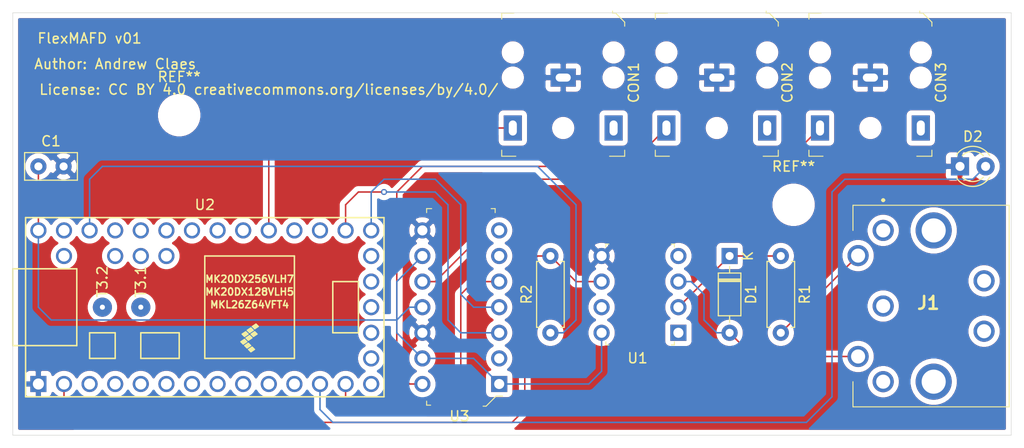
<source format=kicad_pcb>
(kicad_pcb (version 20171130) (host pcbnew "(5.1.8-0-10_14)")
  (layers (0 F.Cu signal) (31 B.Cu signal) (34 B.Paste user hide) (35 F.Paste user hide) (36 B.SilkS user hide) (37 F.SilkS user hide) (38 B.Mask user) (39 F.Mask user) (44 Edge.Cuts user))
  (net 0 "")
  (net 1 "Net-(C1-Pad1)")
  (net 2 Earth)
  (net 3 "Net-(CON1-Pad3)")
  (net 4 "Net-(CON1-Pad2)")
  (net 5 "Net-(CON2-Pad2)")
  (net 6 "Net-(CON2-Pad3)")
  (net 7 "Net-(CON3-Pad3)")
  (net 8 "Net-(CON3-Pad2)")
  (net 9 "Net-(D1-Pad1)")
  (net 10 "Net-(D1-Pad2)")
  (net 11 "Net-(D2-Pad2)")
  (net 12 "Net-(J1-Pad1)")
  (net 13 "Net-(J1-Pad2)")
  (net 14 "Net-(J1-Pad3)")
  (net 15 "Net-(J1-Pad4)")
  (net 16 "Net-(J1-Pad6)")
  (net 17 "Net-(J1-Pad7)")
  (net 18 "Net-(J1-PadMH1)")
  (net 19 "Net-(J1-PadMH2)")
  (net 20 "Net-(R2-Pad2)")
  (net 21 "Net-(R2-Pad1)")
  (net 22 "Net-(U1-Pad1)")
  (net 23 "Net-(U1-Pad4)")
  (net 24 "Net-(U1-Pad7)")
  (net 25 "Net-(U2-Pad17)")
  (net 26 "Net-(U2-Pad18)")
  (net 27 "Net-(U2-Pad19)")
  (net 28 "Net-(U2-Pad20)")
  (net 29 "Net-(U2-Pad16)")
  (net 30 "Net-(U2-Pad15)")
  (net 31 "Net-(U2-Pad14)")
  (net 32 "Net-(U2-Pad21)")
  (net 33 "Net-(U2-Pad22)")
  (net 34 "Net-(U2-Pad23)")
  (net 35 "Net-(U2-Pad25)")
  (net 36 "Net-(U2-Pad26)")
  (net 37 "Net-(U2-Pad27)")
  (net 38 "Net-(U2-Pad28)")
  (net 39 "Net-(U2-Pad29)")
  (net 40 "Net-(U2-Pad30)")
  (net 41 "Net-(U2-Pad32)")
  (net 42 "Net-(U2-Pad34)")
  (net 43 "Net-(U2-Pad35)")
  (net 44 "Net-(U2-Pad36)")
  (net 45 "Net-(U2-Pad37)")
  (net 46 "Net-(U2-Pad13)")
  (net 47 "Net-(U2-Pad11)")
  (net 48 "Net-(U2-Pad10)")
  (net 49 "Net-(U2-Pad9)")
  (net 50 "Net-(U2-Pad8)")
  (net 51 "Net-(U2-Pad7)")
  (net 52 "Net-(U2-Pad6)")
  (net 53 "Net-(U2-Pad5)")
  (net 54 "Net-(U2-Pad4)")
  (net 55 "Net-(U2-Pad3)")
  (net 56 "Net-(U3-Pad2)")
  (net 57 "Net-(U3-Pad6)")
  (net 58 "Net-(U3-Pad7)")
  (module Capacitor_THT:C_Disc_D5.0mm_W2.5mm_P2.50mm (layer F.Cu) (at 29.21 59.69)
    (fp_text reference C1 (at 1.25 -2.5) (layer F.SilkS))
    (fp_text value 0.1uF)
    (fp_line (start 3.87 -1.37) (end 3.87 1.37) (layer F.SilkS) (width 0.12))
    (fp_line (start -1.37 -1.37) (end -1.37 1.37) (layer F.SilkS) (width 0.12))
    (fp_line (start -1.37 1.37) (end 3.87 1.37) (layer F.SilkS) (width 0.12))
    (fp_line (start -1.37 -1.37) (end 3.87 -1.37) (layer F.SilkS) (width 0.12))
    (pad 1 thru_hole circle (at 0 0) (size 1.6 1.6) (drill 0.8) (layers *.Cu *.Mask) (net 1 "Net-(C1-Pad1)"))
    (pad 2 thru_hole circle (at 2.5 0) (size 1.6 1.6) (drill 0.8) (layers *.Cu *.Mask) (net 2 Earth))
  )
  (module digikey-footprints:Headphone_Jack_3.5mm_SJ1-3523N (layer F.Cu) (at 81.28 55.88 270)
    (fp_text reference CON1 (at -4.5 -7 270) (layer F.SilkS))
    (fp_text value SJ1-3523N)
    (fp_line (start -11.4 -4.9) (end -11.6 -4.9) (layer F.SilkS) (width 0.1))
    (fp_line (start -11.4 -5.2) (end -11.4 -4.9) (layer F.SilkS) (width 0.1))
    (fp_line (start -10.5 -6.1) (end -11.4 -5.2) (layer F.SilkS) (width 0.1))
    (fp_line (start -10.1 -6.1) (end -10.5 -6.1) (layer F.SilkS) (width 0.1))
    (fp_line (start 2.8 -6.1) (end 2.8 -4.6) (layer F.SilkS) (width 0.1))
    (fp_line (start 2.2 -6.1) (end 2.8 -6.1) (layer F.SilkS) (width 0.1))
    (fp_line (start 2.8 6.1) (end 2.8 4.7) (layer F.SilkS) (width 0.1))
    (fp_line (start 2.2 6.1) (end 2.8 6.1) (layer F.SilkS) (width 0.1))
    (fp_line (start -11.4 6.1) (end -11.4 4.9) (layer F.SilkS) (width 0.1))
    (fp_line (start -10.8 6.1) (end -11.4 6.1) (layer F.SilkS) (width 0.1))
    (pad 3 thru_hole rect (at 0 -5 270) (size 2.5 1.8) (drill oval 1.5 0.8) (layers *.Cu *.Mask) (net 3 "Net-(CON1-Pad3)"))
    (pad 2 thru_hole rect (at 0 5 270) (size 2.5 1.8) (drill oval 1.5 0.8) (layers *.Cu *.Mask) (net 4 "Net-(CON1-Pad2)"))
    (pad 1 thru_hole rect (at -5 0 270) (size 1.8 2.5) (drill oval 0.8 1.5) (layers *.Cu *.Mask) (net 2 Earth))
    (pad "" np_thru_hole circle (at 0 0 270) (size 1.2 1.2) (drill 1.2) (layers *.Cu *.Mask))
    (pad "" np_thru_hole circle (at -5 -5 270) (size 1.2 1.2) (drill 1.2) (layers *.Cu *.Mask))
    (pad "" np_thru_hole circle (at -7.5 -5 270) (size 1.2 1.2) (drill 1.2) (layers *.Cu *.Mask))
    (pad "" np_thru_hole circle (at -5 5 270) (size 1.2 1.2) (drill 1.2) (layers *.Cu *.Mask))
    (pad "" np_thru_hole circle (at -7.5 5 270) (size 1.2 1.2) (drill 1.2) (layers *.Cu *.Mask))
  )
  (module digikey-footprints:Headphone_Jack_3.5mm_SJ1-3523N (layer F.Cu) (at 96.52 55.88 270)
    (fp_text reference CON2 (at -4.5 -7 270) (layer F.SilkS))
    (fp_text value SJ1-3523N)
    (fp_line (start -10.8 6.1) (end -11.4 6.1) (layer F.SilkS) (width 0.1))
    (fp_line (start -11.4 6.1) (end -11.4 4.9) (layer F.SilkS) (width 0.1))
    (fp_line (start 2.2 6.1) (end 2.8 6.1) (layer F.SilkS) (width 0.1))
    (fp_line (start 2.8 6.1) (end 2.8 4.7) (layer F.SilkS) (width 0.1))
    (fp_line (start 2.2 -6.1) (end 2.8 -6.1) (layer F.SilkS) (width 0.1))
    (fp_line (start 2.8 -6.1) (end 2.8 -4.6) (layer F.SilkS) (width 0.1))
    (fp_line (start -10.1 -6.1) (end -10.5 -6.1) (layer F.SilkS) (width 0.1))
    (fp_line (start -10.5 -6.1) (end -11.4 -5.2) (layer F.SilkS) (width 0.1))
    (fp_line (start -11.4 -5.2) (end -11.4 -4.9) (layer F.SilkS) (width 0.1))
    (fp_line (start -11.4 -4.9) (end -11.6 -4.9) (layer F.SilkS) (width 0.1))
    (pad "" np_thru_hole circle (at -7.5 5 270) (size 1.2 1.2) (drill 1.2) (layers *.Cu *.Mask))
    (pad "" np_thru_hole circle (at -5 5 270) (size 1.2 1.2) (drill 1.2) (layers *.Cu *.Mask))
    (pad "" np_thru_hole circle (at -7.5 -5 270) (size 1.2 1.2) (drill 1.2) (layers *.Cu *.Mask))
    (pad "" np_thru_hole circle (at -5 -5 270) (size 1.2 1.2) (drill 1.2) (layers *.Cu *.Mask))
    (pad "" np_thru_hole circle (at 0 0 270) (size 1.2 1.2) (drill 1.2) (layers *.Cu *.Mask))
    (pad 1 thru_hole rect (at -5 0 270) (size 1.8 2.5) (drill oval 0.8 1.5) (layers *.Cu *.Mask) (net 2 Earth))
    (pad 2 thru_hole rect (at 0 5 270) (size 2.5 1.8) (drill oval 1.5 0.8) (layers *.Cu *.Mask) (net 5 "Net-(CON2-Pad2)"))
    (pad 3 thru_hole rect (at 0 -5 270) (size 2.5 1.8) (drill oval 1.5 0.8) (layers *.Cu *.Mask) (net 6 "Net-(CON2-Pad3)"))
  )
  (module digikey-footprints:Headphone_Jack_3.5mm_SJ1-3523N (layer F.Cu) (at 111.76 55.88 270)
    (fp_text reference CON3 (at -4.5 -7 270) (layer F.SilkS))
    (fp_text value SJ1-3523N)
    (fp_line (start -11.4 -4.9) (end -11.6 -4.9) (layer F.SilkS) (width 0.1))
    (fp_line (start -11.4 -5.2) (end -11.4 -4.9) (layer F.SilkS) (width 0.1))
    (fp_line (start -10.5 -6.1) (end -11.4 -5.2) (layer F.SilkS) (width 0.1))
    (fp_line (start -10.1 -6.1) (end -10.5 -6.1) (layer F.SilkS) (width 0.1))
    (fp_line (start 2.8 -6.1) (end 2.8 -4.6) (layer F.SilkS) (width 0.1))
    (fp_line (start 2.2 -6.1) (end 2.8 -6.1) (layer F.SilkS) (width 0.1))
    (fp_line (start 2.8 6.1) (end 2.8 4.7) (layer F.SilkS) (width 0.1))
    (fp_line (start 2.2 6.1) (end 2.8 6.1) (layer F.SilkS) (width 0.1))
    (fp_line (start -11.4 6.1) (end -11.4 4.9) (layer F.SilkS) (width 0.1))
    (fp_line (start -10.8 6.1) (end -11.4 6.1) (layer F.SilkS) (width 0.1))
    (pad 3 thru_hole rect (at 0 -5 270) (size 2.5 1.8) (drill oval 1.5 0.8) (layers *.Cu *.Mask) (net 7 "Net-(CON3-Pad3)"))
    (pad 2 thru_hole rect (at 0 5 270) (size 2.5 1.8) (drill oval 1.5 0.8) (layers *.Cu *.Mask) (net 8 "Net-(CON3-Pad2)"))
    (pad 1 thru_hole rect (at -5 0 270) (size 1.8 2.5) (drill oval 0.8 1.5) (layers *.Cu *.Mask) (net 2 Earth))
    (pad "" np_thru_hole circle (at 0 0 270) (size 1.2 1.2) (drill 1.2) (layers *.Cu *.Mask))
    (pad "" np_thru_hole circle (at -5 -5 270) (size 1.2 1.2) (drill 1.2) (layers *.Cu *.Mask))
    (pad "" np_thru_hole circle (at -7.5 -5 270) (size 1.2 1.2) (drill 1.2) (layers *.Cu *.Mask))
    (pad "" np_thru_hole circle (at -5 5 270) (size 1.2 1.2) (drill 1.2) (layers *.Cu *.Mask))
    (pad "" np_thru_hole circle (at -7.5 5 270) (size 1.2 1.2) (drill 1.2) (layers *.Cu *.Mask))
  )
  (module Diode_THT:D_DO-35_SOD27_P7.62mm_Horizontal (layer F.Cu) (at 97.79 68.58 270)
    (fp_text reference D1 (at 3.81 -2.12 270) (layer F.SilkS))
    (fp_text value 1N4148)
    (fp_line (start 2.29 -1.12) (end 2.29 1.12) (layer F.SilkS) (width 0.12))
    (fp_line (start 2.53 -1.12) (end 2.53 1.12) (layer F.SilkS) (width 0.12))
    (fp_line (start 2.41 -1.12) (end 2.41 1.12) (layer F.SilkS) (width 0.12))
    (fp_line (start 6.58 0) (end 5.93 0) (layer F.SilkS) (width 0.12))
    (fp_line (start 1.04 0) (end 1.69 0) (layer F.SilkS) (width 0.12))
    (fp_line (start 5.93 -1.12) (end 1.69 -1.12) (layer F.SilkS) (width 0.12))
    (fp_line (start 5.93 1.12) (end 5.93 -1.12) (layer F.SilkS) (width 0.12))
    (fp_line (start 1.69 1.12) (end 5.93 1.12) (layer F.SilkS) (width 0.12))
    (fp_line (start 1.69 -1.12) (end 1.69 1.12) (layer F.SilkS) (width 0.12))
    (fp_text user K (at 0 -1.8 270) (layer F.SilkS))
    (pad 1 thru_hole rect (at 0 0 270) (size 1.6 1.6) (drill 0.8) (layers *.Cu *.Mask) (net 9 "Net-(D1-Pad1)"))
    (pad 2 thru_hole oval (at 7.62 0 270) (size 1.6 1.6) (drill 0.8) (layers *.Cu *.Mask) (net 10 "Net-(D1-Pad2)"))
  )
  (module LED_THT:LED_D3.0mm (layer F.Cu) (at 120.65 59.69)
    (fp_text reference D2 (at 1.27 -2.96) (layer F.SilkS))
    (fp_text value LED)
    (fp_line (start -0.29 1.08) (end -0.29 1.236) (layer F.SilkS) (width 0.12))
    (fp_line (start -0.29 -1.236) (end -0.29 -1.08) (layer F.SilkS) (width 0.12))
    (fp_arc (start 1.27 0) (end -0.29 -1.235516) (angle 108.8) (layer F.SilkS) (width 0.12))
    (fp_arc (start 1.27 0) (end -0.29 1.235516) (angle -108.8) (layer F.SilkS) (width 0.12))
    (fp_arc (start 1.27 0) (end 0.229039 -1.08) (angle 87.9) (layer F.SilkS) (width 0.12))
    (fp_arc (start 1.27 0) (end 0.229039 1.08) (angle -87.9) (layer F.SilkS) (width 0.12))
    (pad 1 thru_hole rect (at 0 0) (size 1.8 1.8) (drill 0.9) (layers *.Cu *.Mask) (net 2 Earth))
    (pad 2 thru_hole circle (at 2.54 0) (size 1.8 1.8) (drill 0.9) (layers *.Cu *.Mask) (net 11 "Net-(D2-Pad2)"))
  )
  (module componentsearchengine:57PC5F (layer F.Cu) (at 113.03 66.04 180)
    (fp_text reference J1 (at -4.48 -7.202 180) (layer F.SilkS) (effects (font (size 1.27 1.27) (thickness 0.254))))
    (fp_text value 57PC5F hide)
    (fp_line (start 0.1 3) (end 0.1 3) (layer F.SilkS) (width 0.2))
    (fp_line (start -0.1 3) (end -0.1 3) (layer F.SilkS) (width 0.2))
    (fp_line (start 3 2.495) (end 3 -0.005) (layer F.SilkS) (width 0.1))
    (fp_line (start -12.5 2.495) (end 3 2.495) (layer F.SilkS) (width 0.1))
    (fp_line (start -12.5 -17.505) (end -12.5 2.495) (layer F.SilkS) (width 0.1))
    (fp_line (start 3 -17.505) (end -12.5 -17.505) (layer F.SilkS) (width 0.1))
    (fp_line (start 3 -15.01) (end 3 -17.505) (layer F.SilkS) (width 0.1))
    (fp_arc (start 0 3) (end -0.1 3) (angle 180) (layer F.SilkS) (width 0.2))
    (fp_arc (start 0 3) (end 0.1 3) (angle 180) (layer F.SilkS) (width 0.2))
    (pad 1 thru_hole circle (at 0 0 180) (size 2.1 2.1) (drill 1.4) (layers *.Cu *.Mask) (net 12 "Net-(J1-Pad1)"))
    (pad 2 thru_hole circle (at 0 -7.505 180) (size 2.1 2.1) (drill 1.4) (layers *.Cu *.Mask) (net 13 "Net-(J1-Pad2)"))
    (pad 3 thru_hole circle (at 0 -15.01 180) (size 2.1 2.1) (drill 1.4) (layers *.Cu *.Mask) (net 14 "Net-(J1-Pad3)"))
    (pad 4 thru_hole circle (at 2.49 -2.5 180) (size 2.1 2.1) (drill 1.4) (layers *.Cu *.Mask) (net 15 "Net-(J1-Pad4)"))
    (pad 5 thru_hole circle (at 2.49 -12.51 180) (size 2.1 2.1) (drill 1.4) (layers *.Cu *.Mask) (net 10 "Net-(D1-Pad2)"))
    (pad 6 thru_hole circle (at -10.01 -5.005 180) (size 2.1 2.1) (drill 1.4) (layers *.Cu *.Mask) (net 16 "Net-(J1-Pad6)"))
    (pad 7 thru_hole circle (at -10.01 -10.005 180) (size 2.1 2.1) (drill 1.4) (layers *.Cu *.Mask) (net 17 "Net-(J1-Pad7)"))
    (pad MH1 thru_hole circle (at -5.01 0 180) (size 3.585 3.585) (drill 2.39) (layers *.Cu *.Mask) (net 18 "Net-(J1-PadMH1)"))
    (pad MH2 thru_hole circle (at -5.01 -15.01 180) (size 3.585 3.585) (drill 2.39) (layers *.Cu *.Mask) (net 19 "Net-(J1-PadMH2)"))
  )
  (module Resistor_THT:R_Axial_DIN0207_L6.3mm_D2.5mm_P7.62mm_Horizontal (layer F.Cu) (at 102.87 68.58 270)
    (fp_text reference R1 (at 3.81 -2.37 270) (layer F.SilkS))
    (fp_text value 220)
    (fp_line (start 7.08 1.37) (end 7.08 1.04) (layer F.SilkS) (width 0.12))
    (fp_line (start 0.54 1.37) (end 7.08 1.37) (layer F.SilkS) (width 0.12))
    (fp_line (start 0.54 1.04) (end 0.54 1.37) (layer F.SilkS) (width 0.12))
    (fp_line (start 7.08 -1.37) (end 7.08 -1.04) (layer F.SilkS) (width 0.12))
    (fp_line (start 0.54 -1.37) (end 7.08 -1.37) (layer F.SilkS) (width 0.12))
    (fp_line (start 0.54 -1.04) (end 0.54 -1.37) (layer F.SilkS) (width 0.12))
    (pad 1 thru_hole circle (at 0 0 270) (size 1.6 1.6) (drill 0.8) (layers *.Cu *.Mask) (net 9 "Net-(D1-Pad1)"))
    (pad 2 thru_hole oval (at 7.62 0 270) (size 1.6 1.6) (drill 0.8) (layers *.Cu *.Mask) (net 15 "Net-(J1-Pad4)"))
  )
  (module Resistor_THT:R_Axial_DIN0207_L6.3mm_D2.5mm_P7.62mm_Horizontal (layer F.Cu) (at 80.01 76.2 90)
    (fp_text reference R2 (at 3.81 -2.37 90) (layer F.SilkS))
    (fp_text value 470)
    (fp_line (start 0.54 -1.04) (end 0.54 -1.37) (layer F.SilkS) (width 0.12))
    (fp_line (start 0.54 -1.37) (end 7.08 -1.37) (layer F.SilkS) (width 0.12))
    (fp_line (start 7.08 -1.37) (end 7.08 -1.04) (layer F.SilkS) (width 0.12))
    (fp_line (start 0.54 1.04) (end 0.54 1.37) (layer F.SilkS) (width 0.12))
    (fp_line (start 0.54 1.37) (end 7.08 1.37) (layer F.SilkS) (width 0.12))
    (fp_line (start 7.08 1.37) (end 7.08 1.04) (layer F.SilkS) (width 0.12))
    (pad 2 thru_hole oval (at 7.62 0 90) (size 1.6 1.6) (drill 0.8) (layers *.Cu *.Mask) (net 20 "Net-(R2-Pad2)"))
    (pad 1 thru_hole circle (at 0 0 90) (size 1.6 1.6) (drill 0.8) (layers *.Cu *.Mask) (net 21 "Net-(R2-Pad1)"))
  )
  (module digikey-footprints:DIP-8_W7.62mm (layer F.Cu) (at 92.71 76.2 180)
    (fp_text reference U1 (at 4.05 -2.52 180) (layer F.SilkS))
    (fp_text value 6N138)
    (fp_line (start 0.4 8.8) (end 0.7 8.8) (layer F.SilkS) (width 0.1))
    (fp_line (start 0.4 8.5) (end 0.4 8.8) (layer F.SilkS) (width 0.1))
    (fp_line (start 7.2 8.8) (end 6.9 8.8) (layer F.SilkS) (width 0.1))
    (fp_line (start 7.2 8.5) (end 7.2 8.8) (layer F.SilkS) (width 0.1))
    (fp_line (start 7.2 -1.2) (end 6.9 -1.2) (layer F.SilkS) (width 0.1))
    (fp_line (start 7.2 -0.9) (end 7.2 -1.2) (layer F.SilkS) (width 0.1))
    (fp_line (start 0.4 -1.2) (end 0.7 -1.2) (layer F.SilkS) (width 0.1))
    (fp_line (start 0.4 -0.9) (end 0.4 -1.2) (layer F.SilkS) (width 0.1))
    (pad 1 thru_hole rect (at 0 0 180) (size 1.6 1.6) (drill 1) (layers *.Cu *.Mask) (net 22 "Net-(U1-Pad1)"))
    (pad 2 thru_hole circle (at 0 2.54 180) (size 1.6 1.6) (drill 1) (layers *.Cu *.Mask) (net 9 "Net-(D1-Pad1)"))
    (pad 3 thru_hole circle (at 0 5.08 180) (size 1.6 1.6) (drill 1) (layers *.Cu *.Mask) (net 10 "Net-(D1-Pad2)"))
    (pad 4 thru_hole circle (at 0 7.62 180) (size 1.6 1.6) (drill 1) (layers *.Cu *.Mask) (net 23 "Net-(U1-Pad4)"))
    (pad 5 thru_hole circle (at 7.62 7.62 180) (size 1.6 1.6) (drill 1) (layers *.Cu *.Mask) (net 2 Earth))
    (pad 6 thru_hole circle (at 7.62 5.08 180) (size 1.6 1.6) (drill 1) (layers *.Cu *.Mask) (net 20 "Net-(R2-Pad2)"))
    (pad 7 thru_hole circle (at 7.62 2.54 180) (size 1.6 1.6) (drill 1) (layers *.Cu *.Mask) (net 24 "Net-(U1-Pad7)"))
    (pad 8 thru_hole circle (at 7.62 0 180) (size 1.6 1.6) (drill 1) (layers *.Cu *.Mask) (net 1 "Net-(C1-Pad1)"))
  )
  (module teensy:Teensy30_31_32_LC (layer F.Cu) (at 45.72 73.66)
    (fp_text reference U2 (at 0 -10.16) (layer F.SilkS))
    (fp_text value Teensy-LC)
    (fp_poly (pts (xy 4.826 2.921) (xy 4.572 2.667) (xy 4.953 2.413) (xy 5.207 2.667)) (layer F.SilkS) (width 0.1))
    (fp_poly (pts (xy 3.81 3.683) (xy 3.556 3.429) (xy 3.937 3.175) (xy 4.191 3.429)) (layer F.SilkS) (width 0.1))
    (fp_poly (pts (xy 4.572 4.445) (xy 4.318 4.191) (xy 4.699 3.937) (xy 4.953 4.191)) (layer F.SilkS) (width 0.1))
    (fp_poly (pts (xy 4.445 2.54) (xy 4.191 2.286) (xy 4.572 2.032) (xy 4.826 2.286)) (layer F.SilkS) (width 0.1))
    (fp_poly (pts (xy 4.191 4.064) (xy 3.937 3.81) (xy 4.318 3.556) (xy 4.572 3.81)) (layer F.SilkS) (width 0.1))
    (fp_poly (pts (xy 4.953 2.159) (xy 4.699 1.905) (xy 5.08 1.651) (xy 5.334 1.905)) (layer F.SilkS) (width 0.1))
    (fp_poly (pts (xy 4.318 3.302) (xy 4.064 3.048) (xy 4.445 2.794) (xy 4.699 3.048)) (layer F.SilkS) (width 0.1))
    (fp_poly (pts (xy 3.937 2.921) (xy 3.683 2.667) (xy 4.064 2.413) (xy 4.318 2.667)) (layer F.SilkS) (width 0.1))
    (fp_line (start -17.78 8.89) (end -17.78 -8.89) (layer F.SilkS) (width 0.15))
    (fp_line (start 17.78 8.89) (end -17.78 8.89) (layer F.SilkS) (width 0.15))
    (fp_line (start 17.78 -8.89) (end 17.78 8.89) (layer F.SilkS) (width 0.15))
    (fp_line (start -17.78 -8.89) (end 17.78 -8.89) (layer F.SilkS) (width 0.15))
    (fp_line (start 8.89 5.08) (end 0 5.08) (layer F.SilkS) (width 0.15))
    (fp_line (start 8.89 -5.08) (end 0 -5.08) (layer F.SilkS) (width 0.15))
    (fp_line (start 0 -5.08) (end 0 5.08) (layer F.SilkS) (width 0.15))
    (fp_line (start 8.89 5.08) (end 8.89 -5.08) (layer F.SilkS) (width 0.15))
    (fp_line (start 12.7 -2.54) (end 15.24 -2.54) (layer F.SilkS) (width 0.15))
    (fp_line (start 12.7 2.54) (end 12.7 -2.54) (layer F.SilkS) (width 0.15))
    (fp_line (start 15.24 2.54) (end 12.7 2.54) (layer F.SilkS) (width 0.15))
    (fp_line (start 15.24 -2.54) (end 15.24 2.54) (layer F.SilkS) (width 0.15))
    (fp_line (start -11.43 2.54) (end -11.43 5.08) (layer F.SilkS) (width 0.15))
    (fp_line (start -8.89 2.54) (end -11.43 2.54) (layer F.SilkS) (width 0.15))
    (fp_line (start -8.89 5.08) (end -8.89 2.54) (layer F.SilkS) (width 0.15))
    (fp_line (start -11.43 5.08) (end -8.89 5.08) (layer F.SilkS) (width 0.15))
    (fp_line (start -12.7 3.81) (end -17.78 3.81) (layer F.SilkS) (width 0.15))
    (fp_line (start -12.7 -3.81) (end -17.78 -3.81) (layer F.SilkS) (width 0.15))
    (fp_line (start -12.7 3.81) (end -12.7 -3.81) (layer F.SilkS) (width 0.15))
    (fp_line (start -6.35 2.54) (end -6.35 5.08) (layer F.SilkS) (width 0.15))
    (fp_line (start -2.54 2.54) (end -6.35 2.54) (layer F.SilkS) (width 0.15))
    (fp_line (start -2.54 5.08) (end -2.54 2.54) (layer F.SilkS) (width 0.15))
    (fp_line (start -6.35 5.08) (end -2.54 5.08) (layer F.SilkS) (width 0.15))
    (fp_line (start -19.05 -3.81) (end -17.78 -3.81) (layer F.SilkS) (width 0.15))
    (fp_line (start -19.05 3.81) (end -19.05 -3.81) (layer F.SilkS) (width 0.15))
    (fp_line (start -17.78 3.81) (end -19.05 3.81) (layer F.SilkS) (width 0.15))
    (fp_text user T3.2 (at -10.16 -2.54 90) (layer F.SilkS))
    (fp_text user T3.1 (at -6.35 -2.54 90) (layer F.SilkS))
    (fp_text user MK20DX256VLH7 (at 4.445 -2.794) (layer F.SilkS) (effects (font (size 0.7 0.7))))
    (fp_text user MKL26Z64VFT4 (at 4.445 -0.254) (layer F.SilkS) (effects (font (size 0.7 0.7))))
    (fp_text user MK20DX128VLH5 (at 4.445 -1.524) (layer F.SilkS) (effects (font (size 0.7 0.7))))
    (pad 17 thru_hole circle (at 16.51 0) (size 1.6 1.6) (drill 1.1) (layers *.Cu *.Mask) (net 25 "Net-(U2-Pad17)"))
    (pad 18 thru_hole circle (at 16.51 -2.54) (size 1.6 1.6) (drill 1.1) (layers *.Cu *.Mask) (net 26 "Net-(U2-Pad18)"))
    (pad 19 thru_hole circle (at 16.51 -5.08) (size 1.6 1.6) (drill 1.1) (layers *.Cu *.Mask) (net 27 "Net-(U2-Pad19)"))
    (pad 20 thru_hole circle (at 16.51 -7.62) (size 1.6 1.6) (drill 1.1) (layers *.Cu *.Mask) (net 28 "Net-(U2-Pad20)"))
    (pad 16 thru_hole circle (at 16.51 2.54) (size 1.6 1.6) (drill 1.1) (layers *.Cu *.Mask) (net 29 "Net-(U2-Pad16)"))
    (pad 15 thru_hole circle (at 16.51 5.08) (size 1.6 1.6) (drill 1.1) (layers *.Cu *.Mask) (net 30 "Net-(U2-Pad15)"))
    (pad 14 thru_hole circle (at 16.51 7.62) (size 1.6 1.6) (drill 1.1) (layers *.Cu *.Mask) (net 31 "Net-(U2-Pad14)"))
    (pad 21 thru_hole circle (at 13.97 -7.62) (size 1.6 1.6) (drill 1.1) (layers *.Cu *.Mask) (net 32 "Net-(U2-Pad21)"))
    (pad 22 thru_hole circle (at 11.43 -7.62) (size 1.6 1.6) (drill 1.1) (layers *.Cu *.Mask) (net 33 "Net-(U2-Pad22)"))
    (pad 23 thru_hole circle (at 8.89 -7.62) (size 1.6 1.6) (drill 1.1) (layers *.Cu *.Mask) (net 34 "Net-(U2-Pad23)"))
    (pad 24 thru_hole circle (at 6.35 -7.62) (size 1.6 1.6) (drill 1.1) (layers *.Cu *.Mask) (net 4 "Net-(CON1-Pad2)"))
    (pad 25 thru_hole circle (at 3.81 -7.62) (size 1.6 1.6) (drill 1.1) (layers *.Cu *.Mask) (net 35 "Net-(U2-Pad25)"))
    (pad 26 thru_hole circle (at 1.27 -7.62) (size 1.6 1.6) (drill 1.1) (layers *.Cu *.Mask) (net 36 "Net-(U2-Pad26)"))
    (pad 27 thru_hole circle (at -1.27 -7.62) (size 1.6 1.6) (drill 1.1) (layers *.Cu *.Mask) (net 37 "Net-(U2-Pad27)"))
    (pad 28 thru_hole circle (at -3.81 -7.62) (size 1.6 1.6) (drill 1.1) (layers *.Cu *.Mask) (net 38 "Net-(U2-Pad28)"))
    (pad 29 thru_hole circle (at -6.35 -7.62) (size 1.6 1.6) (drill 1.1) (layers *.Cu *.Mask) (net 39 "Net-(U2-Pad29)"))
    (pad 30 thru_hole circle (at -8.89 -7.62) (size 1.6 1.6) (drill 1.1) (layers *.Cu *.Mask) (net 40 "Net-(U2-Pad30)"))
    (pad 31 thru_hole circle (at -11.43 -7.62) (size 1.6 1.6) (drill 1.1) (layers *.Cu *.Mask) (net 21 "Net-(R2-Pad1)"))
    (pad 32 thru_hole circle (at -13.97 -7.62) (size 1.6 1.6) (drill 1.1) (layers *.Cu *.Mask) (net 41 "Net-(U2-Pad32)"))
    (pad 33 thru_hole circle (at -16.51 -7.62) (size 1.6 1.6) (drill 1.1) (layers *.Cu *.Mask) (net 1 "Net-(C1-Pad1)"))
    (pad 34 thru_hole circle (at -13.97 -5.08) (size 1.6 1.6) (drill 1.1) (layers *.Cu *.Mask) (net 42 "Net-(U2-Pad34)"))
    (pad 35 thru_hole circle (at -8.89 -5.08) (size 1.6 1.6) (drill 1.1) (layers *.Cu *.Mask) (net 43 "Net-(U2-Pad35)"))
    (pad 36 thru_hole circle (at -6.35 -5.08) (size 1.6 1.6) (drill 1.1) (layers *.Cu *.Mask) (net 44 "Net-(U2-Pad36)"))
    (pad 37 thru_hole circle (at -3.81 -5.08) (size 1.6 1.6) (drill 1.1) (layers *.Cu *.Mask) (net 45 "Net-(U2-Pad37)"))
    (pad 13 thru_hole circle (at 13.97 7.62) (size 1.6 1.6) (drill 1.1) (layers *.Cu *.Mask) (net 46 "Net-(U2-Pad13)"))
    (pad 12 thru_hole circle (at 11.43 7.62) (size 1.6 1.6) (drill 1.1) (layers *.Cu *.Mask) (net 11 "Net-(D2-Pad2)"))
    (pad 11 thru_hole circle (at 8.89 7.62) (size 1.6 1.6) (drill 1.1) (layers *.Cu *.Mask) (net 47 "Net-(U2-Pad11)"))
    (pad 10 thru_hole circle (at 6.35 7.62) (size 1.6 1.6) (drill 1.1) (layers *.Cu *.Mask) (net 48 "Net-(U2-Pad10)"))
    (pad 9 thru_hole circle (at 3.81 7.62) (size 1.6 1.6) (drill 1.1) (layers *.Cu *.Mask) (net 49 "Net-(U2-Pad9)"))
    (pad 8 thru_hole circle (at 1.27 7.62) (size 1.6 1.6) (drill 1.1) (layers *.Cu *.Mask) (net 50 "Net-(U2-Pad8)"))
    (pad 7 thru_hole circle (at -1.27 7.62) (size 1.6 1.6) (drill 1.1) (layers *.Cu *.Mask) (net 51 "Net-(U2-Pad7)"))
    (pad 6 thru_hole circle (at -3.81 7.62) (size 1.6 1.6) (drill 1.1) (layers *.Cu *.Mask) (net 52 "Net-(U2-Pad6)"))
    (pad 5 thru_hole circle (at -6.35 7.62) (size 1.6 1.6) (drill 1.1) (layers *.Cu *.Mask) (net 53 "Net-(U2-Pad5)"))
    (pad 4 thru_hole circle (at -8.89 7.62) (size 1.6 1.6) (drill 1.1) (layers *.Cu *.Mask) (net 54 "Net-(U2-Pad4)"))
    (pad 3 thru_hole circle (at -11.43 7.62) (size 1.6 1.6) (drill 1.1) (layers *.Cu *.Mask) (net 55 "Net-(U2-Pad3)"))
    (pad 2 thru_hole circle (at -13.97 7.62) (size 1.6 1.6) (drill 1.1) (layers *.Cu *.Mask) (net 20 "Net-(R2-Pad2)"))
    (pad 1 thru_hole rect (at -16.51 7.62) (size 1.6 1.6) (drill 1.1) (layers *.Cu *.Mask) (net 2 Earth))
    (pad 52 thru_hole circle (at -6.35 0) (size 1.9 1.9) (drill 0.5) (layers *.Cu *.Mask))
    (pad 52 thru_hole circle (at -10.16 0) (size 1.9 1.9) (drill 0.5) (layers *.Cu *.Mask))
  )
  (module digikey-footprints:DIP-14_W3mm (layer F.Cu) (at 74.93 81.28 180)
    (fp_text reference U3 (at 3.94 -3.2 180) (layer F.SilkS))
    (fp_text value MCP4902)
    (fp_line (start 0.4 17.4) (end 0.8 17.4) (layer F.SilkS) (width 0.1))
    (fp_line (start 0.4 17) (end 0.4 17.4) (layer F.SilkS) (width 0.1))
    (fp_line (start 7.2 17.4) (end 7.2 17) (layer F.SilkS) (width 0.1))
    (fp_line (start 6.7 17.4) (end 7.2 17.4) (layer F.SilkS) (width 0.1))
    (fp_line (start 7.2 -2.1) (end 6.8 -2.1) (layer F.SilkS) (width 0.1))
    (fp_line (start 7.2 -1.7) (end 7.2 -2.1) (layer F.SilkS) (width 0.1))
    (fp_line (start 1.3 -2.2) (end 0.3 -1.2) (layer F.SilkS) (width 0.1))
    (fp_line (start 1.6 -2.2) (end 1.3 -2.2) (layer F.SilkS) (width 0.1))
    (fp_line (start 0.3 -1.2) (end -0.07 -1.2) (layer F.SilkS) (width 0.1))
    (fp_line (start -0.08 -1.2) (end -0.33 -1.2) (layer F.SilkS) (width 0.1))
    (pad 1 thru_hole rect (at 0 0 180) (size 1.6 1.6) (drill 1) (layers *.Cu *.Mask) (net 1 "Net-(C1-Pad1)"))
    (pad 2 thru_hole circle (at 0 2.54 180) (size 1.6 1.6) (drill 1) (layers *.Cu *.Mask) (net 56 "Net-(U3-Pad2)"))
    (pad 3 thru_hole circle (at 0 5.08 180) (size 1.6 1.6) (drill 1) (layers *.Cu *.Mask) (net 32 "Net-(U2-Pad21)"))
    (pad 4 thru_hole circle (at 0 7.62 180) (size 1.6 1.6) (drill 1) (layers *.Cu *.Mask) (net 28 "Net-(U2-Pad20)"))
    (pad 5 thru_hole circle (at 0 10.16 180) (size 1.6 1.6) (drill 1) (layers *.Cu *.Mask) (net 46 "Net-(U2-Pad13)"))
    (pad 6 thru_hole circle (at 0 12.7 180) (size 1.6 1.6) (drill 1) (layers *.Cu *.Mask) (net 57 "Net-(U3-Pad6)"))
    (pad 7 thru_hole circle (at 0 15.24 180) (size 1.6 1.6) (drill 1) (layers *.Cu *.Mask) (net 58 "Net-(U3-Pad7)"))
    (pad 8 thru_hole circle (at 7.62 15.24 180) (size 1.6 1.6) (drill 1) (layers *.Cu *.Mask) (net 2 Earth))
    (pad 9 thru_hole circle (at 7.62 12.7 180) (size 1.6 1.6) (drill 1) (layers *.Cu *.Mask) (net 1 "Net-(C1-Pad1)"))
    (pad 10 thru_hole circle (at 7.62 10.16 180) (size 1.6 1.6) (drill 1) (layers *.Cu *.Mask) (net 8 "Net-(CON3-Pad2)"))
    (pad 11 thru_hole circle (at 7.62 7.62 180) (size 1.6 1.6) (drill 1) (layers *.Cu *.Mask) (net 1 "Net-(C1-Pad1)"))
    (pad 12 thru_hole circle (at 7.62 5.08 180) (size 1.6 1.6) (drill 1) (layers *.Cu *.Mask) (net 2 Earth))
    (pad 13 thru_hole circle (at 7.62 2.54 180) (size 1.6 1.6) (drill 1) (layers *.Cu *.Mask) (net 1 "Net-(C1-Pad1)"))
    (pad 14 thru_hole circle (at 7.62 0 180) (size 1.6 1.6) (drill 1) (layers *.Cu *.Mask) (net 5 "Net-(CON2-Pad2)"))
  )
  (module MountingHole:MountingHole_3.2mm_M3_DIN965 (layer F.Cu) (at 104.14 63.5)
    (fp_text reference REF** (at 0 -3.8) (layer F.SilkS))
    (fp_text value MountingHole_3.2mm_M3_DIN965)
    (pad 1 np_thru_hole circle (at 0 0) (size 3.2 3.2) (drill 3.2) (layers *.Cu *.Mask))
  )
  (module MountingHole:MountingHole_3.2mm_M3_DIN965 (layer F.Cu) (at 43.18 54.61)
    (fp_text reference REF** (at 0 -3.8) (layer F.SilkS))
    (fp_text value MountingHole_3.2mm_M3_DIN965)
    (pad 1 np_thru_hole circle (at 0 0) (size 3.2 3.2) (drill 3.2) (layers *.Cu *.Mask))
  )
  (gr_text "License: CC BY 4.0 creativecommons.org/licenses/by/4.0/" (at 52.07 52.07) (layer F.SilkS) (effects (font (size 1 1))))
  (gr_text "Author: Andrew Claes" (at 36.83 49.53) (layer F.SilkS) (effects (font (size 1 1))))
  (gr_text "FlexMAFD v01" (at 34.29 46.99) (layer F.SilkS) (effects (font (size 1 1))))
  (gr_line (start 26.67 86.36) (end 125.73 86.36) (angle 90) (layer Edge.Cuts) (width 0.05))
  (gr_line (start 26.67 44.45) (end 26.67 86.36) (angle 90) (layer Edge.Cuts) (width 0.05))
  (gr_line (start 125.73 44.45) (end 26.67 44.45) (angle 90) (layer Edge.Cuts) (width 0.05))
  (gr_line (start 125.73 86.36) (end 125.73 44.45) (angle 90) (layer Edge.Cuts) (width 0.05))
  (segment (start 29.21 66.04) (end 29.21 59.69) (width 0.15) (layer F.Cu) (net 1))
  (segment (start 29.21 66.04) (end 29.21 73.66) (width 0.15) (layer B.Cu) (net 1))
  (segment (start 66.04 73.66) (end 67.31 73.66) (width 0.15) (layer B.Cu) (net 1))
  (segment (start 64.77 74.93) (end 66.04 73.66) (width 0.15) (layer B.Cu) (net 1))
  (segment (start 30.48 74.93) (end 64.77 74.93) (width 0.15) (layer B.Cu) (net 1))
  (segment (start 29.21 73.66) (end 30.48 74.93) (width 0.15) (layer B.Cu) (net 1))
  (segment (start 64.77 74.93) (end 64.77 76.2) (width 0.15) (layer B.Cu) (net 1))
  (segment (start 64.77 76.2) (end 67.31 78.74) (width 0.15) (layer B.Cu) (net 1))
  (segment (start 67.31 78.74) (end 72.39 78.74) (width 0.15) (layer B.Cu) (net 1))
  (segment (start 72.39 78.74) (end 74.93 81.28) (width 0.15) (layer B.Cu) (net 1))
  (segment (start 64.77 74.93) (end 64.77 71.12) (width 0.15) (layer B.Cu) (net 1))
  (segment (start 64.77 71.12) (end 67.31 68.58) (width 0.15) (layer B.Cu) (net 1))
  (segment (start 74.93 81.28) (end 83.82 81.28) (width 0.15) (layer B.Cu) (net 1))
  (segment (start 85.09 80.01) (end 85.09 76.2) (width 0.15) (layer B.Cu) (net 1))
  (segment (start 83.82 81.28) (end 85.09 80.01) (width 0.15) (layer B.Cu) (net 1))
  (segment (start 52.07 66.04) (end 52.07 57.15) (width 0.15) (layer F.Cu) (net 4))
  (segment (start 53.34 55.88) (end 76.28 55.88) (width 0.15) (layer F.Cu) (net 4))
  (segment (start 52.07 57.15) (end 53.34 55.88) (width 0.15) (layer F.Cu) (net 4))
  (segment (start 67.31 81.28) (end 66.04 81.28) (width 0.15) (layer F.Cu) (net 5))
  (segment (start 87.71 59.69) (end 91.52 55.88) (width 0.15) (layer F.Cu) (net 5))
  (segment (start 67.31 59.69) (end 87.71 59.69) (width 0.15) (layer F.Cu) (net 5))
  (segment (start 64.77 62.23) (end 67.31 59.69) (width 0.15) (layer F.Cu) (net 5))
  (segment (start 64.77 80.01) (end 64.77 62.23) (width 0.15) (layer F.Cu) (net 5))
  (segment (start 66.04 81.28) (end 64.77 80.01) (width 0.15) (layer F.Cu) (net 5))
  (segment (start 67.31 71.12) (end 68.58 71.12) (width 0.15) (layer F.Cu) (net 8))
  (segment (start 101.68 60.96) (end 106.76 55.88) (width 0.15) (layer F.Cu) (net 8))
  (segment (start 73.66 60.96) (end 101.68 60.96) (width 0.15) (layer F.Cu) (net 8))
  (segment (start 72.39 62.23) (end 73.66 60.96) (width 0.15) (layer F.Cu) (net 8))
  (segment (start 72.39 67.31) (end 72.39 62.23) (width 0.15) (layer F.Cu) (net 8))
  (segment (start 68.58 71.12) (end 72.39 67.31) (width 0.15) (layer F.Cu) (net 8))
  (segment (start 102.87 68.58) (end 97.79 68.58) (width 0.15) (layer F.Cu) (net 9))
  (segment (start 97.79 68.58) (end 92.71 73.66) (width 0.15) (layer F.Cu) (net 9))
  (segment (start 110.54 78.55) (end 100.14 78.55) (width 0.15) (layer F.Cu) (net 10))
  (segment (start 100.14 78.55) (end 97.79 76.2) (width 0.15) (layer F.Cu) (net 10))
  (segment (start 97.79 76.2) (end 96.52 76.2) (width 0.15) (layer B.Cu) (net 10))
  (segment (start 93.98 71.12) (end 92.71 71.12) (width 0.15) (layer B.Cu) (net 10))
  (segment (start 95.25 72.39) (end 93.98 71.12) (width 0.15) (layer B.Cu) (net 10))
  (segment (start 95.25 74.93) (end 95.25 72.39) (width 0.15) (layer B.Cu) (net 10))
  (segment (start 96.52 76.2) (end 95.25 74.93) (width 0.15) (layer B.Cu) (net 10))
  (segment (start 123.19 59.69) (end 121.92 60.96) (width 0.15) (layer B.Cu) (net 11))
  (segment (start 57.15 83.82) (end 57.15 81.28) (width 0.15) (layer B.Cu) (net 11))
  (segment (start 58.42 85.09) (end 57.15 83.82) (width 0.15) (layer B.Cu) (net 11))
  (segment (start 105.41 85.09) (end 58.42 85.09) (width 0.15) (layer B.Cu) (net 11))
  (segment (start 107.95 82.55) (end 105.41 85.09) (width 0.15) (layer B.Cu) (net 11))
  (segment (start 107.95 62.23) (end 107.95 82.55) (width 0.15) (layer B.Cu) (net 11))
  (segment (start 109.22 60.96) (end 107.95 62.23) (width 0.15) (layer B.Cu) (net 11))
  (segment (start 121.92 60.96) (end 109.22 60.96) (width 0.15) (layer B.Cu) (net 11))
  (segment (start 110.54 68.54) (end 110.53 68.54) (width 0.15) (layer F.Cu) (net 15))
  (segment (start 110.53 68.54) (end 102.87 76.2) (width 0.15) (layer F.Cu) (net 15))
  (segment (start 85.09 71.12) (end 82.55 71.12) (width 0.15) (layer F.Cu) (net 20))
  (segment (start 82.55 71.12) (end 80.01 68.58) (width 0.15) (layer F.Cu) (net 20))
  (segment (start 80.01 68.58) (end 78.74 68.58) (width 0.15) (layer F.Cu) (net 20))
  (segment (start 31.75 83.82) (end 31.75 81.28) (width 0.15) (layer F.Cu) (net 20))
  (segment (start 33.02 85.09) (end 31.75 83.82) (width 0.15) (layer F.Cu) (net 20))
  (segment (start 76.2 85.09) (end 33.02 85.09) (width 0.15) (layer F.Cu) (net 20))
  (segment (start 77.47 83.82) (end 76.2 85.09) (width 0.15) (layer F.Cu) (net 20))
  (segment (start 77.47 69.85) (end 77.47 83.82) (width 0.15) (layer F.Cu) (net 20))
  (segment (start 78.74 68.58) (end 77.47 69.85) (width 0.15) (layer F.Cu) (net 20))
  (segment (start 80.01 76.2) (end 81.28 76.2) (width 0.15) (layer B.Cu) (net 21))
  (segment (start 34.29 60.96) (end 34.29 66.04) (width 0.15) (layer B.Cu) (net 21))
  (segment (start 35.56 59.69) (end 34.29 60.96) (width 0.15) (layer B.Cu) (net 21))
  (segment (start 78.74 59.69) (end 35.56 59.69) (width 0.15) (layer B.Cu) (net 21))
  (segment (start 82.55 63.5) (end 78.74 59.69) (width 0.15) (layer B.Cu) (net 21))
  (segment (start 82.55 74.93) (end 82.55 63.5) (width 0.15) (layer B.Cu) (net 21))
  (segment (start 81.28 76.2) (end 82.55 74.93) (width 0.15) (layer B.Cu) (net 21))
  (segment (start 74.93 73.66) (end 72.39 73.66) (width 0.15) (layer B.Cu) (net 28))
  (segment (start 62.23 62.23) (end 62.23 66.04) (width 0.15) (layer B.Cu) (net 28))
  (segment (start 63.5 60.96) (end 62.23 62.23) (width 0.15) (layer B.Cu) (net 28))
  (segment (start 68.58 60.96) (end 63.5 60.96) (width 0.15) (layer B.Cu) (net 28))
  (segment (start 71.12 63.5) (end 68.58 60.96) (width 0.15) (layer B.Cu) (net 28))
  (segment (start 71.12 72.39) (end 71.12 63.5) (width 0.15) (layer B.Cu) (net 28))
  (segment (start 72.39 73.66) (end 71.12 72.39) (width 0.15) (layer B.Cu) (net 28))
  (segment (start 74.93 76.2) (end 71.12 76.2) (width 0.15) (layer B.Cu) (net 32))
  (segment (start 59.69 63.5) (end 59.69 66.04) (width 0.15) (layer F.Cu) (net 32))
  (segment (start 60.96 62.23) (end 59.69 63.5) (width 0.15) (layer F.Cu) (net 32))
  (segment (start 63.5 62.23) (end 60.96 62.23) (width 0.15) (layer F.Cu) (net 32))
  (via (at 63.5 62.23) (size 0.6) (drill 0.35) (layers F.Cu B.Cu) (net 32))
  (segment (start 68.58 62.23) (end 63.5 62.23) (width 0.15) (layer B.Cu) (net 32))
  (segment (start 69.85 63.5) (end 68.58 62.23) (width 0.15) (layer B.Cu) (net 32))
  (segment (start 69.85 74.93) (end 69.85 63.5) (width 0.15) (layer B.Cu) (net 32))
  (segment (start 71.12 76.2) (end 69.85 74.93) (width 0.15) (layer B.Cu) (net 32))
  (segment (start 59.69 81.28) (end 59.69 82.55) (width 0.15) (layer F.Cu) (net 46))
  (segment (start 72.39 71.12) (end 74.93 71.12) (width 0.15) (layer F.Cu) (net 46))
  (segment (start 71.12 72.39) (end 72.39 71.12) (width 0.15) (layer F.Cu) (net 46))
  (segment (start 71.12 80.01) (end 71.12 72.39) (width 0.15) (layer F.Cu) (net 46))
  (segment (start 67.31 83.82) (end 71.12 80.01) (width 0.15) (layer F.Cu) (net 46))
  (segment (start 60.96 83.82) (end 67.31 83.82) (width 0.15) (layer F.Cu) (net 46))
  (segment (start 59.69 82.55) (end 60.96 83.82) (width 0.15) (layer F.Cu) (net 46))
  (zone (net 2) (net_name Earth) (layer F.Cu) (connect_pads (clearance 0.508)) (min_thickness 0.254) (fill yes (arc_segments 32) (thermal_gap 0.508) (thermal_bridge_width 0.508))
    (polygon (pts (xy 127 87.63) (xy 25.4 87.63) (xy 25.4 43.18) (xy 127 43.18)))
  )
  (zone (net 2) (net_name Earth) (layer B.Cu) (connect_pads (clearance 0.508)) (min_thickness 0.254) (fill yes (arc_segments 32) (thermal_gap 0.508) (thermal_bridge_width 0.508))
    (polygon (pts (xy 127 87.63) (xy 25.4 87.63) (xy 25.4 43.18) (xy 127 43.18)))
  )
)
</source>
